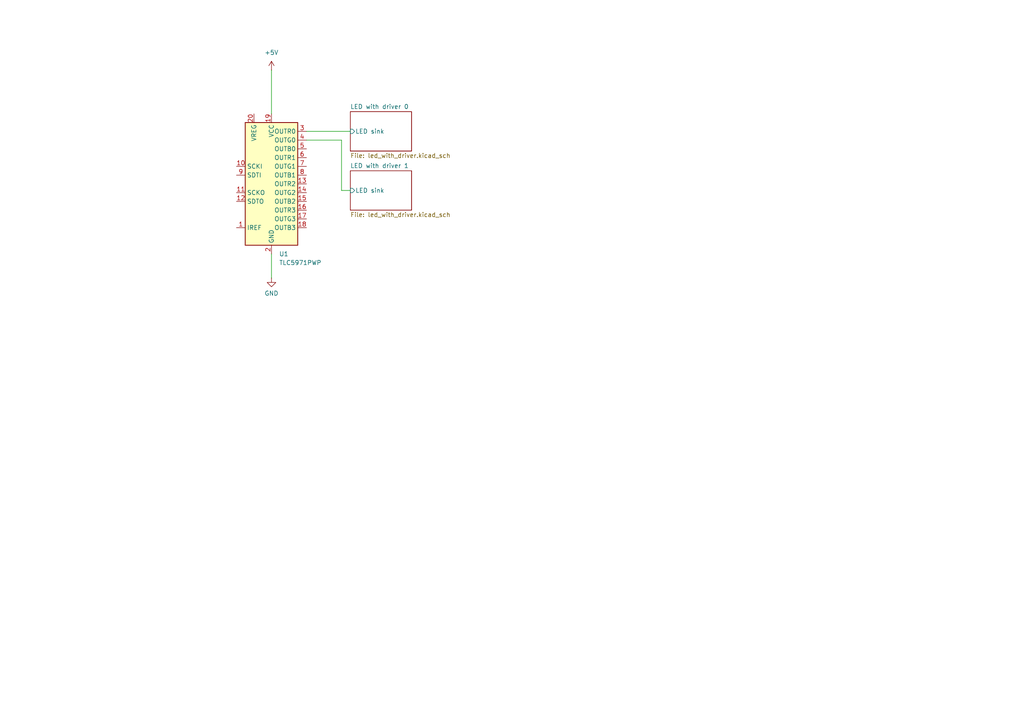
<source format=kicad_sch>
(kicad_sch (version 20231120) (generator "eeschema") (generator_version "8.0")
  (paper "A4")
  (title_block (title "besteLampe! LED Driver") (date "2024-03-27") (rev "1.0") (comment 1 "See  https://lenaschimmel.de/besteLampe! for the source and more information") (comment 2 "This source describes Open Hardware and is licensed under the CERN-OHL-S v2.") (comment 3 "Copyright 2024 Lena Schimmel <mail@lenaschimmel.de>"))
  (lib_symbols
    (symbol "Driver_LED:TLC5971PWP"
      (property "Reference" "U" (at 1.27 19.05 0))
      (property "Value" "TLC5971PWP" (at 1.27 -19.05 0))
      (symbol "TLC5971PWP_0_1"
        (rectangle (start -7.62 17.78) (end 7.62 -17.78) (stroke (width 0.254)) (fill (type background)))
        (pin input line (at -10.16 5.08 0) (length 2.54) (name "SCKI") (number "10"))
        (pin open_collector line (at 10.16 0 180) (length 2.54) (name "OUTR2") (number "13"))
        (pin open_collector line (at 10.16 -2.54 180) (length 2.54) (name "OUTG2") (number "14"))
        (pin open_collector line (at 10.16 -5.08 180) (length 2.54) (name "OUTB2") (number "15"))
        (pin open_collector line (at 10.16 -7.62 180) (length 2.54) (name "OUTR3") (number "16"))
        (pin open_collector line (at 10.16 -10.16 180) (length 2.54) (name "OUTG3") (number "17"))
        (pin open_collector line (at 10.16 -12.7 180) (length 2.54) (name "OUTB3") (number "18"))
        (pin power_in line (at 0 20.32 270) (length 2.54) (name "VCC") (number "19"))
        (pin power_in line (at 0 -20.32 90) (length 2.54) (name "GND") (number "2"))
        (pin passive line (at -5.08 20.32 270) (length 2.54) (name "VREG") (number "20"))
        (pin passive line (at 0 -20.32 90) (length 2.54) hide (name "GND") (number "21"))
        (pin open_collector line (at 10.16 15.24 180) (length 2.54) (name "OUTR0") (number "3"))
        (pin open_collector line (at 10.16 12.7 180) (length 2.54) (name "OUTG0") (number "4"))
        (pin open_collector line (at 10.16 10.16 180) (length 2.54) (name "OUTB0") (number "5"))
        (pin open_collector line (at 10.16 7.62 180) (length 2.54) (name "OUTR1") (number "6"))
        (pin open_collector line (at 10.16 5.08 180) (length 2.54) (name "OUTG1") (number "7"))
        (pin open_collector line (at 10.16 2.54 180) (length 2.54) (name "OUTB1") (number "8"))
        (pin input line (at -10.16 2.54 0) (length 2.54) (name "SDTI") (number "9"))
      )
      (symbol "TLC5971PWP_1_1"
        (pin passive line (at -10.16 -12.7 0) (length 2.54) (name "IREF") (number "1"))
        (pin output line (at -10.16 -2.54 0) (length 2.54) (name "SCKO") (number "11"))
        (pin output line (at -10.16 -5.08 0) (length 2.54) (name "SDTO") (number "12"))
      )
    )
    (symbol "power:+5V" (power) (pin_numbers hide) (pin_names (offset 0) hide)
      (property "Value" "+5V" (at 0 3.556 0))
      (symbol "+5V_0_1"
        (polyline (pts (xy -0.762 1.27) (xy 0 2.54)))
        (polyline (pts (xy 0 0) (xy 0 2.54)))
        (polyline (pts (xy 0 2.54) (xy 0.762 1.27)))
      )
      (symbol "+5V_1_1"
        (pin power_in line (at 0 0 90) (length 0) (name "~") (number "1"))
      )
    )
    (symbol "power:GND" (power) (pin_numbers hide) (pin_names (offset 0) hide)
      (property "Value" "GND" (at 0 -3.81 0))
      (symbol "GND_0_1"
        (polyline (pts (xy 0 0) (xy 0 -1.27) (xy 1.27 -1.27) (xy 0 -2.54) (xy -1.27 -1.27) (xy 0 -1.27)))
      )
      (symbol "GND_1_1"
        (pin power_in line (at 0 0 270) (length 0) (name "~") (number "1"))
      )
    )
  )
  (wire (pts (xy 88.9 38.1) (xy 101.6 38.1)))
  (wire (pts (xy 88.9 40.64) (xy 99.06 40.64)))
  (wire (pts (xy 99.06 55.245) (xy 101.6 55.245)))
  (wire (pts (xy 78.74 73.66) (xy 78.74 80.645)))
  (wire (pts (xy 99.06 40.64) (xy 99.06 55.245)))
  (wire (pts (xy 78.74 20.32) (xy 78.74 33.02)))
  (symbol (lib_id "Driver_LED:TLC5971PWP") (at 78.74 53.34 0) (unit 1)
    (property "Reference" "U1" (at 80.9341 73.66 0) (effects (justify left)))
    (property "Value" "TLC5971PWP" (at 80.9341 76.2 0) (effects (justify left)))
    (property "Footprint" "Package_SO:HTSSOP-20-1EP_4.4x6.5mm_P0.65mm_EP3.4x6.5mm_Mask2.75x3.43mm_ThermalVias" (effects (hide yes)))
    (property "Datasheet" "http://www.ti.com/lit/ds/symlink/tlc5971.pdf" (effects (hide yes)))
    (property "Description" "12-Channel, 16-Bit, Enhanced Spectrum, PWM, RGB, LED Driver With 3.3-V Linear Regulator, HTSSOP-20" (effects (hide yes)))
  )
  (symbol (lib_id "power:GND") (at 78.74 80.645 0) (unit 1)
    (property "Reference" "#PWR03" (effects (hide yes)))
    (property "Value" "GND" (at 78.74 85.09 0))
    (property "Description" "Power symbol creates a global label with name \"GND\" , ground" (effects (hide yes)))
  )
  (symbol (lib_id "power:+5V") (at 78.74 20.32 0) (unit 1)
    (property "Reference" "#PWR01" (effects (hide yes)))
    (property "Value" "+5V" (at 78.74 15.24 0))
    (property "Description" "Power symbol creates a global label with name \"+5V\"" (effects (hide yes)))
  )
  (sheet (at 101.6 32.385) (size 17.78 11.43) (stroke (width 0.1524))
    (property "Sheetname" "LED with driver 0" (at 101.6 31.6734 0) (effects (justify left bottom)))
    (property "Sheetfile" "led_with_driver.kicad_sch" (at 101.6 44.3996 0) (effects (justify left top)))
    (pin "LED sink" input (at 101.6 38.1 180))
  )
  (sheet (at 101.6 49.53) (size 17.78 11.43) (stroke (width 0.1524))
    (property "Sheetname" "LED with driver 1" (at 101.6 48.8184 0) (effects (justify left bottom)))
    (property "Sheetfile" "led_with_driver.kicad_sch" (at 101.6 61.5446 0) (effects (justify left top)))
    (pin "LED sink" input (at 101.6 55.245 180))
  )
)
</source>
